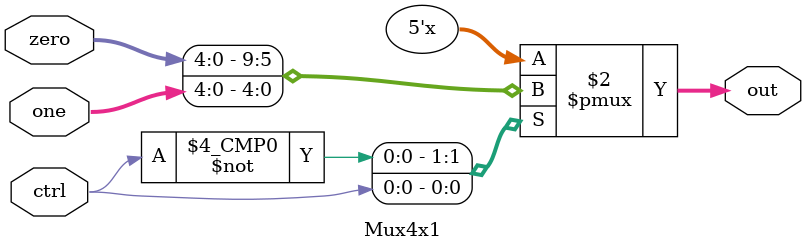
<source format=v>
`timescale 1ns / 1ps


module Mux4x1(
    input [4:0] zero,
    input [4:0] one,
    input ctrl,
    output reg [4:0] out
    );
    always @(zero or one or ctrl) begin
    case(ctrl)
    1'b0: out <= zero;
    1'b1: out <= one;
    default: $display("Error in Mux4x1");
    endcase
    end
endmodule

</source>
